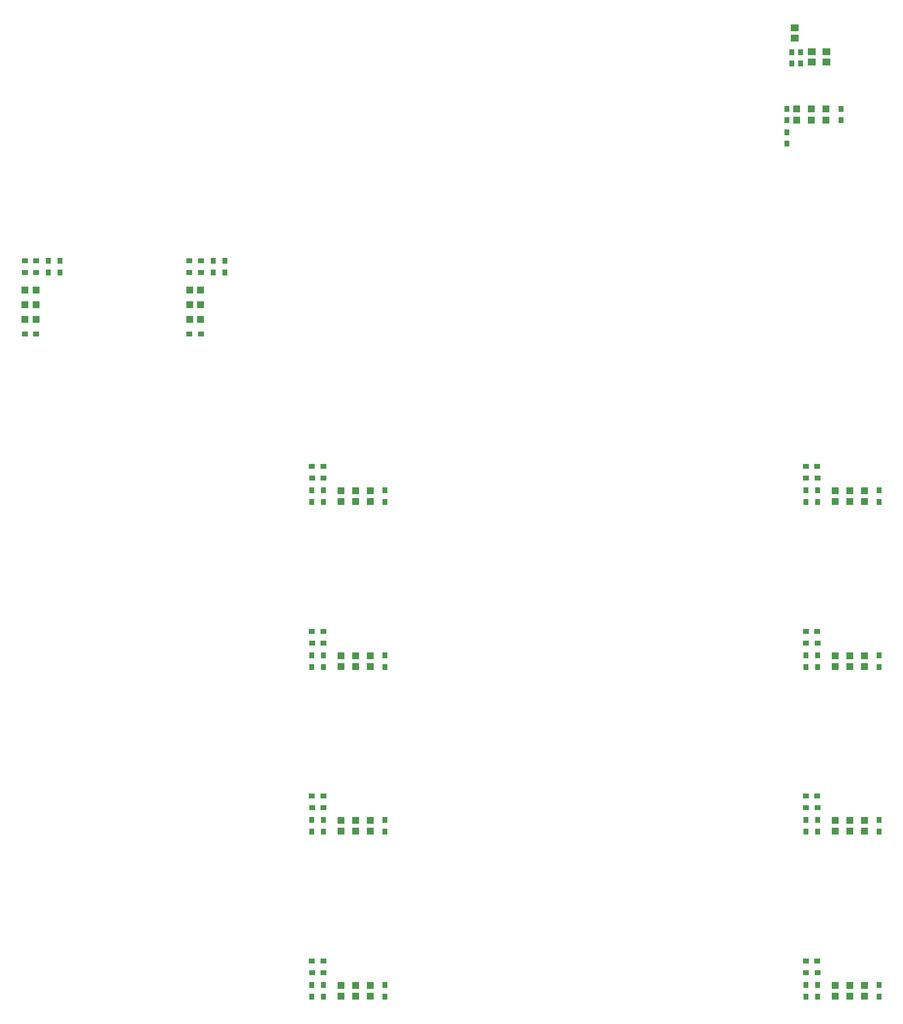
<source format=gbp>
%FSLAX25Y25*%
%MOIN*%
G70*
G01*
G75*
G04 Layer_Color=128*
%ADD10R,0.03543X0.04331*%
%ADD11R,0.04331X0.03543*%
%ADD12R,0.03543X0.03937*%
%ADD13R,0.04724X0.05512*%
%ADD14R,0.04016X0.01614*%
%ADD15R,0.05512X0.04724*%
%ADD16R,0.05512X0.04921*%
%ADD17R,0.04921X0.05512*%
%ADD18O,0.02362X0.08661*%
%ADD19C,0.01000*%
%ADD20O,0.08661X0.02362*%
%ADD21R,0.05512X0.04921*%
%ADD22R,0.05512X0.04724*%
%ADD23R,0.01614X0.04016*%
%ADD24R,0.03937X0.03543*%
%ADD25R,0.04331X0.03543*%
%ADD26C,0.05906*%
%ADD27R,0.05906X0.05906*%
%ADD28R,0.05906X0.05906*%
%ADD29C,0.06000*%
%ADD30C,0.05000*%
%ADD31C,0.10787*%
%ADD32R,0.05906X0.05906*%
%ADD33C,0.10000*%
%ADD34R,0.04724X0.04724*%
%ADD35R,0.04724X0.04724*%
%ADD36C,0.00787*%
%ADD37C,0.00984*%
%ADD38C,0.02362*%
%ADD39C,0.00800*%
%ADD40C,0.01500*%
%ADD41C,0.02000*%
D10*
X270000Y73677D02*
D03*
Y65803D02*
D03*
X312000D02*
D03*
Y73677D02*
D03*
X262000Y65803D02*
D03*
Y73677D02*
D03*
X90000Y560126D02*
D03*
Y568000D02*
D03*
X82000Y567874D02*
D03*
Y560000D02*
D03*
X202500Y560126D02*
D03*
Y568000D02*
D03*
X194500Y567874D02*
D03*
Y560000D02*
D03*
X262000Y411177D02*
D03*
Y403303D02*
D03*
X312000Y411177D02*
D03*
Y403303D02*
D03*
X270000D02*
D03*
Y411177D02*
D03*
X599500D02*
D03*
Y403303D02*
D03*
X649500Y411177D02*
D03*
Y403303D02*
D03*
X607500D02*
D03*
Y411177D02*
D03*
Y73677D02*
D03*
Y65803D02*
D03*
X649500D02*
D03*
Y73677D02*
D03*
X599500Y65803D02*
D03*
Y73677D02*
D03*
X607500Y186177D02*
D03*
Y178303D02*
D03*
X649500D02*
D03*
Y186177D02*
D03*
X599500Y178303D02*
D03*
Y186177D02*
D03*
X607500Y298677D02*
D03*
Y290803D02*
D03*
X649500D02*
D03*
Y298677D02*
D03*
X599500Y290803D02*
D03*
Y298677D02*
D03*
X270000Y186177D02*
D03*
Y178303D02*
D03*
X312000D02*
D03*
Y186177D02*
D03*
X262000Y178303D02*
D03*
Y186177D02*
D03*
X270000Y298677D02*
D03*
Y290803D02*
D03*
X312000D02*
D03*
Y298677D02*
D03*
X262000Y290803D02*
D03*
Y298677D02*
D03*
X586700Y655800D02*
D03*
Y647926D02*
D03*
Y671777D02*
D03*
Y663903D02*
D03*
X623500D02*
D03*
Y671777D02*
D03*
X595900Y710454D02*
D03*
Y702580D02*
D03*
X590100D02*
D03*
Y710454D02*
D03*
D11*
X270000Y82000D02*
D03*
X262126D02*
D03*
X262000Y90000D02*
D03*
X269874D02*
D03*
X65803Y560000D02*
D03*
X73677D02*
D03*
X178303D02*
D03*
X186177D02*
D03*
X269874Y427500D02*
D03*
X262000D02*
D03*
X262126Y419500D02*
D03*
X270000D02*
D03*
X607374Y427500D02*
D03*
X599500D02*
D03*
X599626Y419500D02*
D03*
X607500D02*
D03*
Y82000D02*
D03*
X599626D02*
D03*
X599500Y90000D02*
D03*
X607374D02*
D03*
X607500Y194500D02*
D03*
X599626D02*
D03*
X599500Y202500D02*
D03*
X607374D02*
D03*
X607500Y307000D02*
D03*
X599626D02*
D03*
X599500Y315000D02*
D03*
X607374D02*
D03*
X270000Y194500D02*
D03*
X262126D02*
D03*
X262000Y202500D02*
D03*
X269874D02*
D03*
X270000Y307000D02*
D03*
X262126D02*
D03*
X262000Y315000D02*
D03*
X269874D02*
D03*
D16*
X591800Y720055D02*
D03*
Y726945D02*
D03*
X603700Y703755D02*
D03*
Y710645D02*
D03*
X613500Y703755D02*
D03*
Y710645D02*
D03*
D25*
X73677Y568000D02*
D03*
X65803D02*
D03*
X73677Y518000D02*
D03*
X65803D02*
D03*
X186177Y568000D02*
D03*
X178303D02*
D03*
X186177Y518000D02*
D03*
X178303D02*
D03*
D34*
X292000Y66000D02*
D03*
Y73480D02*
D03*
X282000D02*
D03*
Y66000D02*
D03*
X302000Y73480D02*
D03*
Y66000D02*
D03*
Y403500D02*
D03*
Y410980D02*
D03*
X282000Y403500D02*
D03*
Y410980D02*
D03*
X292000D02*
D03*
Y403500D02*
D03*
X639500D02*
D03*
Y410980D02*
D03*
X619500Y403500D02*
D03*
Y410980D02*
D03*
X629500D02*
D03*
Y403500D02*
D03*
Y66000D02*
D03*
Y73480D02*
D03*
X619500D02*
D03*
Y66000D02*
D03*
X639500Y73480D02*
D03*
Y66000D02*
D03*
X629500Y178500D02*
D03*
Y185980D02*
D03*
X619500D02*
D03*
Y178500D02*
D03*
X639500Y185980D02*
D03*
Y178500D02*
D03*
X629500Y291000D02*
D03*
Y298480D02*
D03*
X619500D02*
D03*
Y291000D02*
D03*
X639500Y298480D02*
D03*
Y291000D02*
D03*
X292000Y178500D02*
D03*
Y185980D02*
D03*
X282000D02*
D03*
Y178500D02*
D03*
X302000Y185980D02*
D03*
Y178500D02*
D03*
X292000Y291000D02*
D03*
Y298480D02*
D03*
X282000D02*
D03*
Y291000D02*
D03*
X302000Y298480D02*
D03*
Y291000D02*
D03*
X593300Y664100D02*
D03*
Y671580D02*
D03*
X603200D02*
D03*
Y664100D02*
D03*
X613400D02*
D03*
Y671580D02*
D03*
D35*
X66000Y528000D02*
D03*
X73480D02*
D03*
X66000Y548000D02*
D03*
X73480D02*
D03*
Y538000D02*
D03*
X66000D02*
D03*
X178500Y528000D02*
D03*
X185980D02*
D03*
X178500Y548000D02*
D03*
X185980D02*
D03*
Y538000D02*
D03*
X178500D02*
D03*
M02*

</source>
